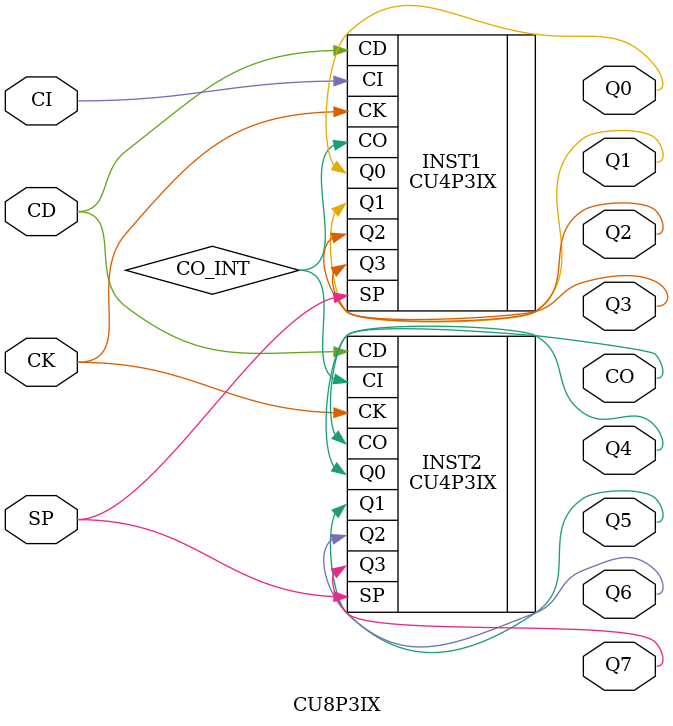
<source format=v>
`resetall
`timescale 1 ns / 100 ps

`celldefine

/* Created by DB2VERILOG Version 1.3.8.0 on Mon Sep 15 13:44:19 1997 */
/* module compiled from "lsl2db 4.4.5 (07/17/96)" run */

module CU8P3IX (CI, SP, CK, CD, CO, Q0, Q1, Q2, Q3, 
       Q4, Q5, Q6, Q7);
parameter DISABLED_GSR = 0;
defparam INST1.DISABLED_GSR = DISABLED_GSR;
defparam INST2.DISABLED_GSR = DISABLED_GSR;
input  CI, SP, CK, CD;
output CO, Q0, Q1, Q2, Q3, Q4, Q5, Q6, Q7;
CU4P3IX INST1 (.CI(CI), .SP(SP), .CK(CK), .CD(CD), .CO(
      CO_INT), .Q0(Q0), .Q1(Q1), .Q2(Q2), .Q3(Q3));
CU4P3IX INST2 (.CI(CO_INT), .SP(SP), .CK(CK), .CD(CD),
      .CO(CO), .Q0(Q4), .Q1(Q5), .Q2(Q6), .Q3(Q7));

endmodule

`endcelldefine

</source>
